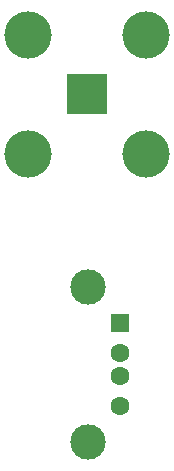
<source format=gbr>
%TF.GenerationSoftware,KiCad,Pcbnew,(6.0.1)*%
%TF.CreationDate,2022-07-02T16:38:06+02:00*%
%TF.ProjectId,amr_audio_card,616d725f-6175-4646-996f-5f636172642e,rev?*%
%TF.SameCoordinates,Original*%
%TF.FileFunction,Soldermask,Bot*%
%TF.FilePolarity,Negative*%
%FSLAX46Y46*%
G04 Gerber Fmt 4.6, Leading zero omitted, Abs format (unit mm)*
G04 Created by KiCad (PCBNEW (6.0.1)) date 2022-07-02 16:38:06*
%MOMM*%
%LPD*%
G01*
G04 APERTURE LIST*
%ADD10R,1.500000X1.600000*%
%ADD11C,1.600000*%
%ADD12C,3.000000*%
%ADD13R,3.500000X3.500000*%
%ADD14C,4.000000*%
G04 APERTURE END LIST*
D10*
%TO.C,J2*%
X106960000Y-131120000D03*
D11*
X106960000Y-133620000D03*
X106960000Y-135620000D03*
X106960000Y-138120000D03*
D12*
X104250000Y-128050000D03*
X104250000Y-141190000D03*
%TD*%
D13*
%TO.C,J1*%
X104140000Y-111760000D03*
D14*
X99115000Y-106735000D03*
X109165000Y-116785000D03*
X109165000Y-106735000D03*
X99115000Y-116785000D03*
%TD*%
M02*

</source>
